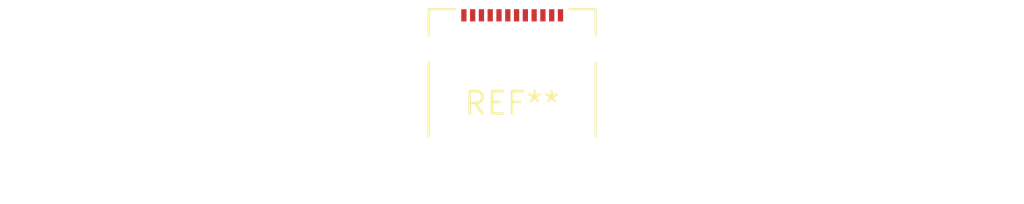
<source format=kicad_pcb>
(kicad_pcb (version 20240108) (generator pcbnew)
  (layers (0 "F.Cu" signal) (31 "B.Cu" signal) (34 "B.Paste" user) (35 "F.Paste" user) (36 "B.SilkS" user "B.Silkscreen") (37 "F.SilkS" user "F.Silkscreen") (38 "B.Mask" user) (39 "F.Mask" user) (44 "Edge.Cuts" user))
  (net 0 "")
  (footprint "USB_C_Receptacle_Amphenol_12401548E4-2A_CircularHoles" (layer "F.Cu") (at 0 0)
    (property "Reference" "REF**")
    (property "Value" "USB_C_Receptacle_Amphenol_12401548E4-2A_CircularHoles")
    (fp_line (start -4.75 -5.37) (end -4.75 -3.85) (layer "F.SilkS") (stroke (width 0.12)))
    (fp_line (start -4.75 -5.37) (end -3.25 -5.37) (layer "F.SilkS") (stroke (width 0.12)))
    (fp_line (start -4.75 -2.35) (end -4.75 1.89) (layer "F.SilkS") (stroke (width 0.12)))
    (fp_line (start 3.25 -5.37) (end 4.75 -5.37) (layer "F.SilkS") (stroke (width 0.12)))
    (fp_line (start 4.75 -5.37) (end 4.75 -3.85) (layer "F.SilkS") (stroke (width 0.12)))
    (fp_line (start 4.75 -2.35) (end 4.75 1.89) (layer "F.SilkS") (stroke (width 0.12)))
    (pad "" np_thru_hole circle (at -3.6 -4.36) (size 0.65 0.65) (drill 0.65) (layers *.Cu *.Mask))
    (pad "" np_thru_hole circle (at 3.6 -4.36) (size 0.95 0.95) (drill 0.95) (layers *.Cu *.Mask))
    (pad "A1" smd rect (at -2.75 -5.02) (size 0.3 0.7) (layers "F.Cu" "F.Paste" "F.Mask"))
    (pad "A2" smd rect (at -2.25 -5.02) (size 0.3 0.7) (layers "F.Cu" "F.Paste" "F.Mask"))
    (pad "A3" smd rect (at -1.75 -5.02) (size 0.3 0.7) (layers "F.Cu" "F.Paste" "F.Mask"))
    (pad "A4" smd rect (at -1.25 -5.02) (size 0.3 0.7) (layers "F.Cu" "F.Paste" "F.Mask"))
    (pad "A5" smd rect (at -0.75 -5.02) (size 0.3 0.7) (layers "F.Cu" "F.Paste" "F.Mask"))
    (pad "A6" smd rect (at -0.25 -5.02) (size 0.3 0.7) (layers "F.Cu" "F.Paste" "F.Mask"))
    (pad "A7" smd rect (at 0.25 -5.02) (size 0.3 0.7) (layers "F.Cu" "F.Paste" "F.Mask"))
    (pad "A8" smd rect (at 0.75 -5.02) (size 0.3 0.7) (layers "F.Cu" "F.Paste" "F.Mask"))
    (pad "A9" smd rect (at 1.25 -5.02) (size 0.3 0.7) (layers "F.Cu" "F.Paste" "F.Mask"))
    (pad "A10" smd rect (at 1.75 -5.02) (size 0.3 0.7) (layers "F.Cu" "F.Paste" "F.Mask"))
    (pad "A11" smd rect (at 2.25 -5.02) (size 0.3 0.7) (layers "F.Cu" "F.Paste" "F.Mask"))
    (pad "A12" smd rect (at 2.75 -5.02) (size 0.3 0.7) (layers "F.Cu" "F.Paste" "F.Mask"))
    (pad "B1" thru_hole circle (at 2.8 -3.71) (size 0.65 0.65) (drill 0.4) (layers *.Cu *.Mask) (remove_unused_layers))
    (pad "B2" thru_hole circle (at 2.4 -3.01) (size 0.65 0.65) (drill 0.4) (layers *.Cu *.Mask) (remove_unused_layers))
    (pad "B3" thru_hole circle (at 1.6 -3.01) (size 0.65 0.65) (drill 0.4) (layers *.Cu *.Mask) (remove_unused_layers))
    (pad "B4" thru_hole circle (at 1.2 -3.71) (size 0.65 0.65) (drill 0.4) (layers *.Cu *.Mask) (remove_unused_layers))
    (pad "B5" thru_hole circle (at 0.8 -3.01) (size 0.65 0.65) (drill 0.4) (layers *.Cu *.Mask) (remove_unused_layers))
    (pad "B6" thru_hole circle (at 0.4 -3.71) (size 0.65 0.65) (drill 0.4) (layers *.Cu *.Mask) (remove_unused_layers))
    (pad "B7" thru_hole circle (at -0.4 -3.71) (size 0.65 0.65) (drill 0.4) (layers *.Cu *.Mask) (remove_unused_layers))
    (pad "B8" thru_hole circle (at -0.8 -3.01) (size 0.65 0.65) (drill 0.4) (layers *.Cu *.Mask) (remove_unused_layers))
    (pad "B9" thru_hole circle (at -1.2 -3.71) (size 0.65 0.65) (drill 0.4) (layers *.Cu *.Mask) (remove_unused_layers))
    (pad "B10" thru_hole circle (at -1.6 -3.01) (size 0.65 0.65) (drill 0.4) (layers *.Cu *.Mask) (remove_unused_layers))
    (pad "B11" thru_hole circle (at -2.4 -3.01) (size 0.65 0.65) (drill 0.4) (layers *.Cu *.Mask) (remove_unused_layers))
    (pad "B12" thru_hole circle (at -2.8 -3.71) (size 0.65 0.65) (drill 0.4) (layers *.Cu *.Mask) (remove_unused_layers))
    (pad "S1" thru_hole circle (at -4.49 2.84) (size 1.4 1.4) (drill 1.1) (layers *.Cu *.Mask) (remove_unused_layers))
    (pad "S1" thru_hole circle (at -4.13 -3.11) (size 1.4 1.4) (drill 1.1) (layers *.Cu *.Mask) (remove_unused_layers))
    (pad "S1" thru_hole circle (at 4.13 -3.11) (size 1.4 1.4) (drill 1.1) (layers *.Cu *.Mask) (remove_unused_layers))
    (pad "S1" thru_hole circle (at 4.49 2.84) (size 1.4 1.4) (drill 1.1) (layers *.Cu *.Mask) (remove_unused_layers))
  )
)
</source>
